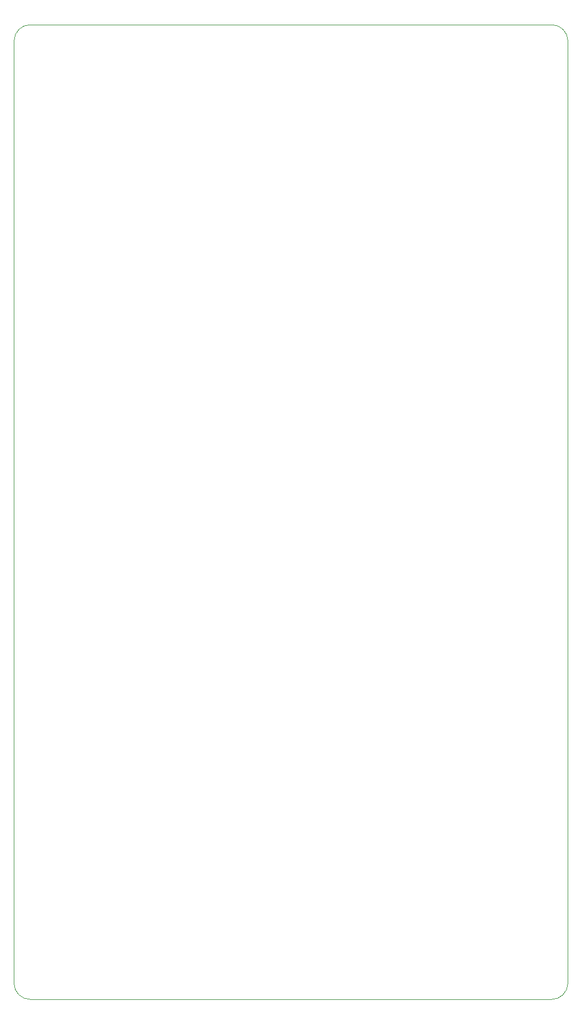
<source format=gbr>
%TF.GenerationSoftware,KiCad,Pcbnew,(5.1.6)-1*%
%TF.CreationDate,2020-12-15T22:49:58+02:00*%
%TF.ProjectId,macropad,6d616372-6f70-4616-942e-6b696361645f,rev?*%
%TF.SameCoordinates,Original*%
%TF.FileFunction,Profile,NP*%
%FSLAX46Y46*%
G04 Gerber Fmt 4.6, Leading zero omitted, Abs format (unit mm)*
G04 Created by KiCad (PCBNEW (5.1.6)-1) date 2020-12-15 22:49:58*
%MOMM*%
%LPD*%
G01*
G04 APERTURE LIST*
%TA.AperFunction,Profile*%
%ADD10C,0.050000*%
%TD*%
G04 APERTURE END LIST*
D10*
X78500000Y-40100000D02*
X78500000Y-179000000D01*
X157800000Y-37700000D02*
X80900000Y-37700000D01*
X160200000Y-179000000D02*
X160200000Y-40100000D01*
X80900000Y-181400000D02*
X157800000Y-181400000D01*
X80900000Y-181400000D02*
G75*
G02*
X78500000Y-179000000I0J2400000D01*
G01*
X160200000Y-179000000D02*
G75*
G02*
X157800000Y-181400000I-2400000J0D01*
G01*
X157800000Y-37700000D02*
G75*
G02*
X160200000Y-40100000I0J-2400000D01*
G01*
X78500000Y-40100000D02*
G75*
G02*
X80900000Y-37700000I2400000J0D01*
G01*
M02*

</source>
